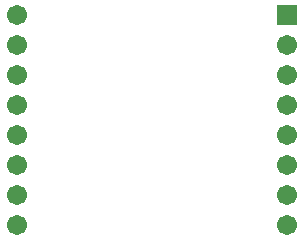
<source format=gbr>
G04 DipTrace 3.0.0.2*
G04 BottomMask.gbr*
%MOIN*%
G04 #@! TF.FileFunction,Soldermask,Bot*
G04 #@! TF.Part,Single*
%ADD25R,0.067087X0.067087*%
%ADD29C,0.067087*%
%FSLAX26Y26*%
G04*
G70*
G90*
G75*
G01*
G04 BotMask*
%LPD*%
D29*
X440079Y488898D3*
Y588898D3*
Y688898D3*
Y788898D3*
Y888898D3*
Y988898D3*
Y1088898D3*
Y1188898D3*
D25*
X1340079D3*
D29*
Y1088898D3*
Y988898D3*
Y888898D3*
Y788898D3*
Y688898D3*
Y588898D3*
Y488898D3*
M02*

</source>
